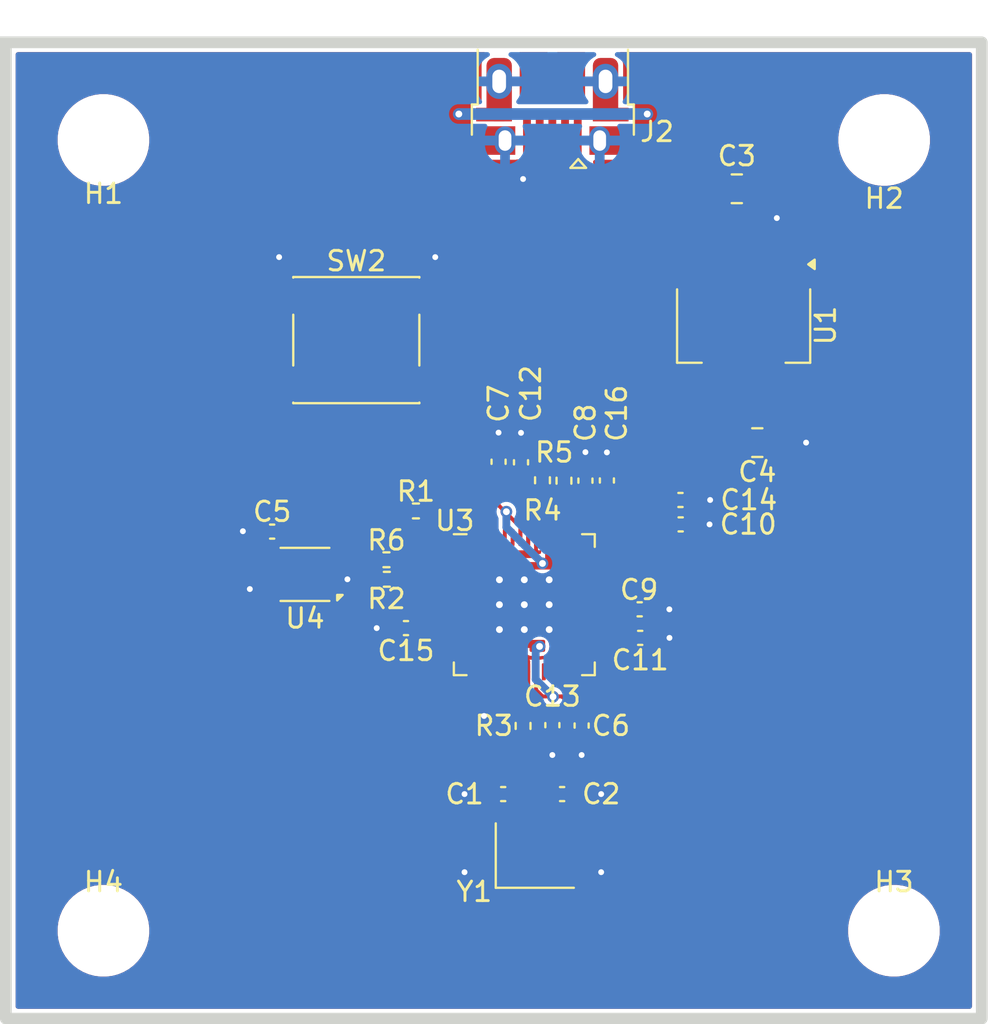
<source format=kicad_pcb>
(kicad_pcb (version 20240108) (generator "pcbnew") (generator_version "8.0")
  (layers (0 "F.Cu" signal) (31 "B.Cu" signal) (34 "B.Paste" user) (35 "F.Paste" user) (36 "B.SilkS" user "B.Silkscreen") (37 "F.SilkS" user "F.Silkscreen") (38 "B.Mask" user) (39 "F.Mask" user) (44 "Edge.Cuts" user))
  (net 0 "")
  (net 1 "GND")
  (net 2 "/XIN")
  (net 3 "Net-(C2-Pad1)")
  (net 4 "VBUS")
  (net 5 "+3V3")
  (net 6 "+1V1")
  (net 7 "/USB_D-")
  (net 8 "/USB_D+")
  (net 10 "/~{USB_BOOT}")
  (net 11 "Net-(U4-SDA)")
  (net 12 "/GPIO1")
  (net 13 "/XOUT")
  (net 14 "Net-(U3-USB_DP)")
  (net 15 "Net-(U3-USB_DM)")
  (net 16 "/GPIO0")
  (net 17 "Net-(U4-SCL)")
  (net 18 "/RUN")
  (footprint "MountingHole:MountingHole_2.7mm_M2.5" (layer "F.Cu") (at 171.906066 81.211781)
    (property "Reference" "H2" (at 0 3 0) (layer "F.SilkS"))
    (property "Value" "MountingHole")
    (pad "" np_thru_hole circle (at 0 0) (size 2.7 2.7) (drill 2.7) (layers "F&B.Cu" "*.Mask") (clearance 1))
  )
  (footprint "Resistor_SMD:R_0402_1005Metric" (layer "F.Cu") (at 155.5 98.661781 -90)
    (property "Reference" "R5" (at -1.45 0.5 180) (layer "F.SilkS"))
    (property "Value" "27")
    (fp_line (start -0.153641 0.38) (end 0.153641 0.38) (stroke (width 0.12)) (layer "F.SilkS"))
    (fp_line (start -0.153641 -0.38) (end 0.153641 -0.38) (stroke (width 0.12)) (layer "F.SilkS"))
    (pad "1" smd roundrect (at -0.51 0 270) (size 0.54 0.64) (layers "F.Cu" "F.Paste" "F.Mask") (net 7 "/USB_D-"))
    (pad "2" smd roundrect (at 0.51 0 270) (size 0.54 0.64) (layers "F.Cu" "F.Paste" "F.Mask") (net 15 "Net-(U3-USB_DM)"))
  )
  (footprint "MountingHole:MountingHole_2.7mm_M2.5" (layer "F.Cu") (at 131.906066 121.711781)
    (property "Reference" "H4" (at 0 -2.5 0) (layer "F.SilkS"))
    (property "Value" "MountingHole")
    (pad "" np_thru_hole circle (at 0 0) (size 2.7 2.7) (drill 2.7) (layers "F&B.Cu" "*.Mask") (clearance 1))
  )
  (footprint "Capacitor_SMD:C_0805_2012Metric" (layer "F.Cu") (at 165.406066 96.711781)
    (property "Reference" "C4" (at 0 1.5 0) (layer "F.SilkS"))
    (property "Value" "10u")
    (fp_line (start -0.261252 -0.735) (end 0.261252 -0.735) (stroke (width 0.12)) (layer "F.SilkS"))
    (fp_line (start -0.261252 0.735) (end 0.261252 0.735) (stroke (width 0.12)) (layer "F.SilkS"))
    (pad "1" smd roundrect (at -0.95 0) (size 1 1.45) (layers "F.Cu" "F.Paste" "F.Mask") (net 5 "+3V3"))
    (pad "2" smd roundrect (at 0.95 0) (size 1 1.45) (layers "F.Cu" "F.Paste" "F.Mask") (net 1 "GND"))
  )
  (footprint "Capacitor_SMD:C_0402_1005Metric" (layer "F.Cu") (at 147.406066 106.211781 180)
    (property "Reference" "C15" (at 0 -1.16 0) (layer "F.SilkS"))
    (property "Value" "100n")
    (fp_line (start -0.107836 0.36) (end 0.107836 0.36) (stroke (width 0.12)) (layer "F.SilkS"))
    (fp_line (start -0.107836 -0.36) (end 0.107836 -0.36) (stroke (width 0.12)) (layer "F.SilkS"))
    (pad "1" smd roundrect (at -0.48 0 180) (size 0.56 0.62) (layers "F.Cu" "F.Paste" "F.Mask") (net 5 "+3V3"))
    (pad "2" smd roundrect (at 0.48 0 180) (size 0.56 0.62) (layers "F.Cu" "F.Paste" "F.Mask") (net 1 "GND"))
  )
  (footprint "Capacitor_SMD:C_0402_1005Metric" (layer "F.Cu") (at 155.406066 114.711781)
    (property "Reference" "C2" (at 2 0 0) (layer "F.SilkS"))
    (property "Value" "15p")
    (fp_line (start -0.107836 -0.36) (end 0.107836 -0.36) (stroke (width 0.12)) (layer "F.SilkS"))
    (fp_line (start -0.107836 0.36) (end 0.107836 0.36) (stroke (width 0.12)) (layer "F.SilkS"))
    (pad "1" smd roundrect (at -0.48 0) (size 0.56 0.62) (layers "F.Cu" "F.Paste" "F.Mask") (net 3 "Net-(C2-Pad1)"))
    (pad "2" smd roundrect (at 0.48 0) (size 0.56 0.62) (layers "F.Cu" "F.Paste" "F.Mask") (net 1 "GND"))
  )
  (footprint "Button_Switch_SMD:SW_Push_1P1T_NO_6x6mm_H9.5mm" (layer "F.Cu") (at 144.861066 91.461781)
    (property "Reference" "SW2" (at 0 -4.05 0) (layer "F.SilkS"))
    (property "Value" "UBUT")
    (fp_line (start -3.23 -3.23) (end 3.23 -3.23) (stroke (width 0.12)) (layer "F.SilkS"))
    (fp_line (start -3.23 -3.2) (end -3.23 -3.23) (stroke (width 0.12)) (layer "F.SilkS"))
    (fp_line (start -3.23 -1.3) (end -3.23 1.3) (stroke (width 0.12)) (layer "F.SilkS"))
    (fp_line (start -3.23 3.23) (end -3.23 3.2) (stroke (width 0.12)) (layer "F.SilkS"))
    (fp_line (start -3.23 3.23) (end 3.23 3.23) (stroke (width 0.12)) (layer "F.SilkS"))
    (fp_line (start 3.23 -3.23) (end 3.23 -3.2) (stroke (width 0.12)) (layer "F.SilkS"))
    (fp_line (start 3.23 -1.3) (end 3.23 1.3) (stroke (width 0.12)) (layer "F.SilkS"))
    (fp_line (start 3.23 3.23) (end 3.23 3.2) (stroke (width 0.12)) (layer "F.SilkS"))
    (pad "1" smd rect (at -3.975 -2.25) (size 1.55 1.3) (layers "F.Cu" "F.Paste" "F.Mask") (net 1 "GND"))
    (pad "1" smd rect (at 3.975 -2.25) (size 1.55 1.3) (layers "F.Cu" "F.Paste" "F.Mask") (net 1 "GND"))
    (pad "2" smd rect (at -3.975 2.25) (size 1.55 1.3) (layers "F.Cu" "F.Paste" "F.Mask") (net 10 "/~{USB_BOOT}"))
    (pad "2" smd rect (at 3.975 2.25) (size 1.55 1.3) (layers "F.Cu" "F.Paste" "F.Mask") (net 10 "/~{USB_BOOT}"))
  )
  (footprint "Capacitor_SMD:C_0402_1005Metric" (layer "F.Cu") (at 154.906066 111.181781 -90)
    (property "Reference" "C13" (at -1.47 0 180) (layer "F.SilkS"))
    (property "Value" "100n")
    (fp_line (start -0.107836 0.36) (end 0.107836 0.36) (stroke (width 0.12)) (layer "F.SilkS"))
    (fp_line (start -0.107836 -0.36) (end 0.107836 -0.36) (stroke (width 0.12)) (layer "F.SilkS"))
    (pad "1" smd roundrect (at -0.48 0 270) (size 0.56 0.62) (layers "F.Cu" "F.Paste" "F.Mask") (net 5 "+3V3"))
    (pad "2" smd roundrect (at 0.48 0 270) (size 0.56 0.62) (layers "F.Cu" "F.Paste" "F.Mask") (net 1 "GND"))
  )
  (footprint "Capacitor_SMD:C_0402_1005Metric" (layer "F.Cu") (at 159.38 105.25)
    (property "Reference" "C9" (at -0.03 -1 0) (layer "F.SilkS"))
    (property "Value" "100n")
    (fp_line (start -0.107836 -0.36) (end 0.107836 -0.36) (stroke (width 0.12)) (layer "F.SilkS"))
    (fp_line (start -0.107836 0.36) (end 0.107836 0.36) (stroke (width 0.12)) (layer "F.SilkS"))
    (pad "1" smd roundrect (at -0.48 0) (size 0.56 0.62) (layers "F.Cu" "F.Paste" "F.Mask") (net 5 "+3V3"))
    (pad "2" smd roundrect (at 0.48 0) (size 0.56 0.62) (layers "F.Cu" "F.Paste" "F.Mask") (net 1 "GND"))
  )
  (footprint "Capacitor_SMD:C_0402_1005Metric" (layer "F.Cu") (at 161.48 100.9)
    (property "Reference" "C10" (at 3.46 0 0) (layer "F.SilkS"))
    (property "Value" "1u")
    (fp_line (start -0.107836 -0.36) (end 0.107836 -0.36) (stroke (width 0.12)) (layer "F.SilkS"))
    (fp_line (start -0.107836 0.36) (end 0.107836 0.36) (stroke (width 0.12)) (layer "F.SilkS"))
    (pad "1" smd roundrect (at -0.48 0) (size 0.56 0.62) (layers "F.Cu" "F.Paste" "F.Mask") (net 5 "+3V3"))
    (pad "2" smd roundrect (at 0.48 0) (size 0.56 0.62) (layers "F.Cu" "F.Paste" "F.Mask") (net 1 "GND"))
  )
  (footprint "Capacitor_SMD:C_0402_1005Metric" (layer "F.Cu") (at 156.406066 111.201781 -90)
    (property "Reference" "C6" (at 0.01 -1.5 180) (layer "F.SilkS"))
    (property "Value" "100n")
    (fp_line (start -0.107836 0.36) (end 0.107836 0.36) (stroke (width 0.12)) (layer "F.SilkS"))
    (fp_line (start -0.107836 -0.36) (end 0.107836 -0.36) (stroke (width 0.12)) (layer "F.SilkS"))
    (pad "1" smd roundrect (at -0.48 0 270) (size 0.56 0.62) (layers "F.Cu" "F.Paste" "F.Mask") (net 6 "+1V1"))
    (pad "2" smd roundrect (at 0.48 0 270) (size 0.56 0.62) (layers "F.Cu" "F.Paste" "F.Mask") (net 1 "GND"))
  )
  (footprint "Capacitor_SMD:C_0402_1005Metric" (layer "F.Cu") (at 157.7 98.651781 90)
    (property "Reference" "C16" (at 3.44 0.5 90) (layer "F.SilkS"))
    (property "Value" "100n")
    (fp_line (start -0.107836 -0.36) (end 0.107836 -0.36) (stroke (width 0.12)) (layer "F.SilkS"))
    (fp_line (start -0.107836 0.36) (end 0.107836 0.36) (stroke (width 0.12)) (layer "F.SilkS"))
    (pad "1" smd roundrect (at -0.48 0 90) (size 0.56 0.62) (layers "F.Cu" "F.Paste" "F.Mask") (net 5 "+3V3"))
    (pad "2" smd roundrect (at 0.48 0 90) (size 0.56 0.62) (layers "F.Cu" "F.Paste" "F.Mask") (net 1 "GND"))
  )
  (footprint "Resistor_SMD:R_0402_1005Metric" (layer "F.Cu") (at 154.4 98.64 -90)
    (property "Reference" "R4" (at 1.54 0 180) (layer "F.SilkS"))
    (property "Value" "27")
    (fp_line (start -0.153641 0.38) (end 0.153641 0.38) (stroke (width 0.12)) (layer "F.SilkS"))
    (fp_line (start -0.153641 -0.38) (end 0.153641 -0.38) (stroke (width 0.12)) (layer "F.SilkS"))
    (pad "1" smd roundrect (at -0.51 0 270) (size 0.54 0.64) (layers "F.Cu" "F.Paste" "F.Mask") (net 8 "/USB_D+"))
    (pad "2" smd roundrect (at 0.51 0 270) (size 0.54 0.64) (layers "F.Cu" "F.Paste" "F.Mask") (net 14 "Net-(U3-USB_DP)"))
  )
  (footprint "Capacitor_SMD:C_0402_1005Metric" (layer "F.Cu") (at 159.406066 106.711781)
    (property "Reference" "C11" (at 0 1.138219 0) (layer "F.SilkS"))
    (property "Value" "100n")
    (fp_line (start -0.107836 -0.36) (end 0.107836 -0.36) (stroke (width 0.12)) (layer "F.SilkS"))
    (fp_line (start -0.107836 0.36) (end 0.107836 0.36) (stroke (width 0.12)) (layer "F.SilkS"))
    (pad "1" smd roundrect (at -0.48 0) (size 0.56 0.62) (layers "F.Cu" "F.Paste" "F.Mask") (net 5 "+3V3"))
    (pad "2" smd roundrect (at 0.48 0) (size 0.56 0.62) (layers "F.Cu" "F.Paste" "F.Mask") (net 1 "GND"))
  )
  (footprint "Capacitor_SMD:C_0805_2012Metric" (layer "F.Cu") (at 164.356066 83.711781)
    (property "Reference" "C3" (at 0 -1.68 0) (layer "F.SilkS"))
    (property "Value" "10u")
    (fp_line (start -0.261252 -0.735) (end 0.261252 -0.735) (stroke (width 0.12)) (layer "F.SilkS"))
    (fp_line (start -0.261252 0.735) (end 0.261252 0.735) (stroke (width 0.12)) (layer "F.SilkS"))
    (pad "1" smd roundrect (at -0.95 0) (size 1 1.45) (layers "F.Cu" "F.Paste" "F.Mask") (net 4 "VBUS"))
    (pad "2" smd roundrect (at 0.95 0) (size 1 1.45) (layers "F.Cu" "F.Paste" "F.Mask") (net 1 "GND"))
  )
  (footprint "Resistor_SMD:R_0402_1005Metric" (layer "F.Cu") (at 146.406066 102.711781 180)
    (property "Reference" "R6" (at 0 1 0) (layer "F.SilkS"))
    (property "Value" "4.7")
    (fp_line (start -0.153641 0.38) (end 0.153641 0.38) (stroke (width 0.12)) (layer "F.SilkS"))
    (fp_line (start -0.153641 -0.38) (end 0.153641 -0.38) (stroke (width 0.12)) (layer "F.SilkS"))
    (pad "1" smd roundrect (at -0.51 0 180) (size 0.54 0.64) (layers "F.Cu" "F.Paste" "F.Mask") (net 16 "/GPIO0"))
    (pad "2" smd roundrect (at 0.51 0 180) (size 0.54 0.64) (layers "F.Cu" "F.Paste" "F.Mask") (net 17 "Net-(U4-SCL)"))
  )
  (footprint "Capacitor_SMD:C_0402_1005Metric" (layer "F.Cu") (at 152.386066 114.711781 180)
    (property "Reference" "C1" (at 1.98 0 0) (layer "F.SilkS"))
    (property "Value" "15p")
    (fp_line (start -0.107836 0.36) (end 0.107836 0.36) (stroke (width 0.12)) (layer "F.SilkS"))
    (fp_line (start -0.107836 -0.36) (end 0.107836 -0.36) (stroke (width 0.12)) (layer "F.SilkS"))
    (pad "1" smd roundrect (at -0.48 0 180) (size 0.56 0.62) (layers "F.Cu" "F.Paste" "F.Mask") (net 2 "/XIN"))
    (pad "2" smd roundrect (at 0.48 0 180) (size 0.56 0.62) (layers "F.Cu" "F.Paste" "F.Mask") (net 1 "GND"))
  )
  (footprint "Capacitor_SMD:C_0402_1005Metric" (layer "F.Cu") (at 161.47 99.65)
    (property "Reference" "C14" (at 3.5 0 180) (layer "F.SilkS"))
    (property "Value" "100n")
    (fp_line (start -0.107836 -0.36) (end 0.107836 -0.36) (stroke (width 0.12)) (layer "F.SilkS"))
    (fp_line (start -0.107836 0.36) (end 0.107836 0.36) (stroke (width 0.12)) (layer "F.SilkS"))
    (pad "1" smd roundrect (at -0.48 0) (size 0.56 0.62) (layers "F.Cu" "F.Paste" "F.Mask") (net 5 "+3V3"))
    (pad "2" smd roundrect (at 0.48 0) (size 0.56 0.62) (layers "F.Cu" "F.Paste" "F.Mask") (net 1 "GND"))
  )
  (footprint "Capacitor_SMD:C_0402_1005Metric" (layer "F.Cu") (at 156.6 98.66 90)
    (property "Reference" "C8" (at 2.96 0 90) (layer "F.SilkS"))
    (property "Value" "1u")
    (fp_line (start -0.107836 -0.36) (end 0.107836 -0.36) (stroke (width 0.12)) (layer "F.SilkS"))
    (fp_line (start -0.107836 0.36) (end 0.107836 0.36) (stroke (width 0.12)) (layer "F.SilkS"))
    (pad "1" smd roundrect (at -0.48 0 90) (size 0.56 0.62) (layers "F.Cu" "F.Paste" "F.Mask") (net 6 "+1V1"))
    (pad "2" smd roundrect (at 0.48 0 90) (size 0.56 0.62) (layers "F.Cu" "F.Paste" "F.Mask") (net 1 "GND"))
  )
  (footprint "Package_TO_SOT_SMD:SOT-223-3_TabPin2" (layer "F.Cu") (at 164.706066 90.711781 -90)
    (property "Reference" "U1" (at 0 -4.2 90) (layer "F.SilkS"))
    (property "Value" "NCP1117-3.3_SOT223")
    (fp_line (start -1.85 3.41) (end 1.91 3.41) (stroke (width 0.12)) (layer "F.SilkS"))
    (fp_line (start 1.91 3.41) (end 1.91 2.15) (stroke (width 0.12)) (layer "F.SilkS"))
    (fp_line (start -1.85 -3.41) (end 1.91 -3.41) (stroke (width 0.12)) (layer "F.SilkS"))
    (fp_line (start 1.91 -3.41) (end 1.91 -2.15) (stroke (width 0.12)) (layer "F.SilkS"))
    (fp_poly (pts (xy -3.13 -3.31) (xy -3.37 -3.64) (xy -2.89 -3.64) (xy -3.13 -3.31)) (stroke (width 0.12)) (fill solid) (layer "F.SilkS"))
    (pad "1" smd roundrect (at -3.15 -2.3 270) (size 2 1.5) (layers "F.Cu" "F.Paste" "F.Mask") (net 1 "GND"))
    (pad "2" smd roundrect (at -3.15 0 270) (size 2 1.5) (layers "F.Cu" "F.Paste" "F.Mask") (net 5 "+3V3"))
    (pad "2" smd roundrect (at 3.15 0 270) (size 2 3.8) (layers "F.Cu" "F.Paste" "F.Mask") (net 5 "+3V3"))
    (pad "3" smd roundrect (at -3.15 2.3 270) (size 2 1.5) (layers "F.Cu" "F.Paste" "F.Mask") (net 4 "VBUS"))
  )
  (footprint "Capacitor_SMD:C_0402_1005Metric" (layer "F.Cu") (at 153.3 97.72 90)
    (property "Reference" "C12" (at 3.52 0.5 90) (layer "F.SilkS"))
    (property "Value" "100n")
    (fp_line (start -0.107836 -0.36) (end 0.107836 -0.36) (stroke (width 0.12)) (layer "F.SilkS"))
    (fp_line (start -0.107836 0.36) (end 0.107836 0.36) (stroke (width 0.12)) (layer "F.SilkS"))
    (pad "1" smd roundrect (at -0.48 0 90) (size 0.56 0.62) (layers "F.Cu" "F.Paste" "F.Mask") (net 5 "+3V3"))
    (pad "2" smd roundrect (at 0.48 0 90) (size 0.56 0.62) (layers "F.Cu" "F.Paste" "F.Mask") (net 1 "GND"))
  )
  (footprint "Capacitor_SMD:C_0402_1005Metric" (layer "F.Cu") (at 140.55 101.27 180)
    (property "Reference" "C5" (at 0 1.02 0) (layer "F.SilkS"))
    (property "Value" "100n")
    (fp_line (start -0.107836 0.36) (end 0.107836 0.36) (stroke (width 0.12)) (layer "F.SilkS"))
    (fp_line (start -0.107836 -0.36) (end 0.107836 -0.36) (stroke (width 0.12)) (layer "F.SilkS"))
    (pad "1" smd roundrect (at -0.48 0 180) (size 0.56 0.62) (layers "F.Cu" "F.Paste" "F.Mask") (net 5 "+3V3"))
    (pad "2" smd roundrect (at 0.48 0 180) (size 0.56 0.62) (layers "F.Cu" "F.Paste" "F.Mask") (net 1 "GND"))
  )
  (footprint "Capacitor_SMD:C_0402_1005Metric" (layer "F.Cu") (at 152.15 97.691781 90)
    (property "Reference" "C7" (at 2.98 0 90) (layer "F.SilkS"))
    (property "Value" "100n")
    (fp_line (start -0.107836 -0.36) (end 0.107836 -0.36) (stroke (width 0.12)) (layer "F.SilkS"))
    (fp_line (start -0.107836 0.36) (end 0.107836 0.36) (stroke (width 0.12)) (layer "F.SilkS"))
    (pad "1" smd roundrect (at -0.48 0 90) (size 0.56 0.62) (layers "F.Cu" "F.Paste" "F.Mask") (net 6 "+1V1"))
    (pad "2" smd roundrect (at 0.48 0 90) (size 0.56 0.62) (layers "F.Cu" "F.Paste" "F.Mask") (net 1 "GND"))
  )
  (footprint "MountingHole:MountingHole_2.7mm_M2.5" (layer "F.Cu") (at 131.906066 81.211781)
    (property "Reference" "H1" (at 0 2.75 0) (layer "F.SilkS"))
    (property "Value" "MountingHole")
    (pad "" np_thru_hole circle (at 0 0) (size 2.7 2.7) (drill 2.7) (layers "F&B.Cu" "*.Mask") (clearance 1))
  )
  (footprint "Sensor_Humidity:Sensirion_DFN-8-1EP_2.5x2.5mm_P0.5mm_EP1.1x1.7mm" (layer "F.Cu") (at 142.231066 103.461781 180)
    (property "Reference" "U4" (at 0 -2.25 0) (layer "F.SilkS"))
    (property "Value" "SHT31-DIS")
    (fp_line (start -1.25 1.36) (end 1.25 1.36) (stroke (width 0.12)) (layer "F.SilkS"))
    (fp_line (start -1.25 -1.36) (end 1.25 -1.36) (stroke (width 0.12)) (layer "F.SilkS"))
    (fp_poly (pts (xy -1.65 -1.05) (xy -1.93 -1.05) (xy -1.65 -1.33) (xy -1.65 -1.05)) (stroke (width 0.12)) (fill solid) (layer "F.SilkS"))
    (pad "1" smd rect (at -1.175 -0.75 180) (size 0.55 0.25) (layers "F.Cu" "F.Paste" "F.Mask") (net 11 "Net-(U4-SDA)"))
    (pad "2" smd rect (at -1.175 -0.25 180) (size 0.55 0.25) (layers "F.Cu" "F.Paste" "F.Mask") (net 1 "GND"))
    (pad "3" smd rect (at -1.175 0.25 180) (size 0.55 0.25) (layers "F.Cu" "F.Paste" "F.Mask"))
    (pad "4" smd rect (at -1.175 0.75) (size 0.55 0.25) (layers "F.Cu" "F.Paste" "F.Mask") (net 17 "Net-(U4-SCL)"))
    (pad "5" smd rect (at 1.175 0.75 180) (size 0.55 0.25) (layers "F.Cu" "F.Paste" "F.Mask") (net 5 "+3V3"))
    (pad "6" smd rect (at 1.175 0.25 180) (size 0.55 0.25) (layers "F.Cu" "F.Paste" "F.Mask"))
    (pad "7" smd rect (at 1.175 -0.25 180) (size 0.55 0.25) (layers "F.Cu" "F.Paste" "F.Mask") (net 1 "GND"))
    (pad "8" smd rect (at 1.175 -0.75 180) (size 0.55 0.25) (layers "F.Cu" "F.Paste" "F.Mask") (net 1 "GND"))
    (pad "9" smd custom (at 0 0 180) (size 1 1) (layers "F.Cu" "F.Mask") (net 1 "GND") (options (clearance outline) (anchor circle)) (primitives (gr_poly (pts (xy 0.5 0.85) (xy -0.5 0.85) (xy -0.5 -0.55) (xy -0.2 -0.85) (xy 0.5 -0.85)) (width 0) (fill yes))))
  )
  (footprint "RP2040:RP2040-QFN-56" (layer "F.Cu") (at 153.468566 105.011781)
    (property "Reference" "U3" (at -3.5625 -4.3 0) (layer "F.SilkS"))
    (property "Value" "RP2040")
    (fp_line (start -3.61 3.61) (end -3.61 2.96) (stroke (width 0.12)) (layer "F.SilkS"))
    (fp_line (start -2.96 -3.61) (end -3.61 -3.61) (stroke (width 0.12)) (layer "F.SilkS"))
    (fp_line (start -2.96 3.61) (end -3.61 3.61) (stroke (width 0.12)) (layer "F.SilkS"))
    (fp_line (start 2.96 -3.61) (end 3.61 -3.61) (stroke (width 0.12)) (layer "F.SilkS"))
    (fp_line (start 2.96 3.61) (end 3.61 3.61) (stroke (width 0.12)) (layer "F.SilkS"))
    (fp_line (start 3.61 -3.61) (end 3.61 -2.96) (stroke (width 0.12)) (layer "F.SilkS"))
    (fp_line (start 3.61 3.61) (end 3.61 2.96) (stroke (width 0.12)) (layer "F.SilkS"))
    (pad "1" smd roundrect (at -3.4375 -2.6) (size 0.875 0.2) (layers "F.Cu" "F.Paste" "F.Mask") (net 5 "+3V3"))
    (pad "2" smd roundrect (at -3.4375 -2.2) (size 0.875 0.2) (layers "F.Cu" "F.Paste" "F.Mask") (net 16 "/GPIO0"))
    (pad "3" smd roundrect (at -3.4375 -1.8) (size 0.875 0.2) (layers "F.Cu" "F.Paste" "F.Mask") (net 12 "/GPIO1"))
    (pad "4" smd roundrect (at -3.4375 -1.4) (size 0.875 0.2) (layers "F.Cu" "F.Paste" "F.Mask"))
    (pad "5" smd roundrect (at -3.4375 -1) (size 0.875 0.2) (layers "F.Cu" "F.Paste" "F.Mask"))
    (pad "6" smd roundrect (at -3.4375 -0.6) (size 0.875 0.2) (layers "F.Cu" "F.Paste" "F.Mask"))
    (pad "7" smd roundrect (at -3.4375 -0.2) (size 0.875 0.2) (layers "F.Cu" "F.Paste" "F.Mask"))
    (pad "8" smd roundrect (at -3.4375 0.2) (size 0.875 0.2) (layers "F.Cu" "F.Paste" "F.Mask"))
    (pad "9" smd roundrect (at -3.4375 0.6) (size 0.875 0.2) (layers "F.Cu" "F.Paste" "F.Mask"))
    (pad "10" smd roundrect (at -3.4375 1) (size 0.875 0.2) (layers "F.Cu" "F.Paste" "F.Mask") (net 5 "+3V3"))
    (pad "11" smd roundrect (at -3.4375 1.4) (size 0.875 0.2) (layers "F.Cu" "F.Paste" "F.Mask"))
    (pad "12" smd roundrect (at -3.4375 1.8) (size 0.875 0.2) (layers "F.Cu" "F.Paste" "F.Mask"))
    (pad "13" smd roundrect (at -3.4375 2.2) (size 0.875 0.2) (layers "F.Cu" "F.Paste" "F.Mask"))
    (pad "14" smd roundrect (at -3.4375 2.6) (size 0.875 0.2) (layers "F.Cu" "F.Paste" "F.Mask"))
    (pad "15" smd roundrect (at -2.6 3.4375) (size 0.2 0.875) (layers "F.Cu" "F.Paste" "F.Mask"))
    (pad "16" smd roundrect (at -2.2 3.4375) (size 0.2 0.875) (layers "F.Cu" "F.Paste" "F.Mask"))
    (pad "17" smd roundrect (at -1.8 3.4375) (size 0.2 0.875) (layers "F.Cu" "F.Paste" "F.Mask"))
    (pad "18" smd roundrect (at -1.4 3.4375) (size 0.2 0.875) (layers "F.Cu" "F.Paste" "F.Mask"))
    (pad "19" smd roundrect (at -1 3.4375) (size 0.2 0.875) (layers "F.Cu" "F.Paste" "F.Mask") (net 1 "GND"))
    (pad "20" smd roundrect (at -0.6 3.4375) (size 0.2 0.875) (layers "F.Cu" "F.Paste" "F.Mask") (net 2 "/XIN"))
    (pad "21" smd roundrect (at -0.2 3.4375) (size 0.2 0.875) (layers "F.Cu" "F.Paste" "F.Mask") (net 13 "/XOUT"))
    (pad "22" smd roundrect (at 0.2 3.4375) (size 0.2 0.875) (layers "F.Cu" "F.Paste" "F.Mask") (net 5 "+3V3"))
    (pad "23" smd roundrect (at 0.6 3.4375) (size 0.2 0.875) (layers "F.Cu" "F.Paste" "F.Mask") (net 6 "+1V1"))
    (pad "24" smd roundrect (at 1 3.4375) (size 0.2 0.875) (layers "F.Cu" "F.Paste" "F.Mask"))
    (pad "25" smd roundrect (at 1.4 3.4375) (size 0.2 0.875) (layers "F.Cu" "F.Paste" "F.Mask"))
    (pad "26" smd roundrect (at 1.8 3.4375) (size 0.2 0.875) (layers "F.Cu" "F.Paste" "F.Mask") (net 18 "/RUN"))
    (pad "27" smd roundrect (at 2.2 3.4375) (size 0.2 0.875) (layers "F.Cu" "F.Paste" "F.Mask"))
    (pad "28" smd roundrect (at 2.6 3.4375) (size 0.2 0.875) (layers "F.Cu" "F.Paste" "F.Mask"))
    (pad "29" smd roundrect (at 3.4375 2.6) (size 0.875 0.2) (layers "F.Cu" "F.Paste" "F.Mask"))
    (pad "30" smd roundrect (at 3.4375 2.2) (size 0.875 0.2) (layers "F.Cu" "F.Paste" "F.Mask"))
    (pad "31" smd roundrect (at 3.4375 1.8) (size 0.875 0.2) (layers "F.Cu" "F.Paste" "F.Mask"))
    (pad "32" smd roundrect (at 3.4375 1.4) (size 0.875 0.2) (layers "F.Cu" "F.Paste" "F.Mask"))
    (pad "33" smd roundrect (at 3.4375 1) (size 0.875 0.2) (layers "F.Cu" "F.Paste" "F.Mask") (net 5 "+3V3"))
    (pad "34" smd roundrect (at 3.4375 0.6) (size 0.875 0.2) (layers "F.Cu" "F.Paste" "F.Mask"))
    (pad "35" smd roundrect (at 3.4375 0.2) (size 0.875 0.2) (layers "F.Cu" "F.Paste" "F.Mask") (net 5 "+3V3"))
    (pad "36" smd roundrect (at 3.4375 -0.2) (size 0.875 0.2) (layers "F.Cu" "F.Paste" "F.Mask"))
    (pad "37" smd roundrect (at 3.4375 -0.6) (size 0.875 0.2) (layers "F.Cu" "F.Paste" "F.Mask"))
    (pad "38" smd roundrect (at 3.4375 -1) (size 0.875 0.2) (layers "F.Cu" "F.Paste" "F.Mask"))
    (pad "39" smd roundrect (at 3.4375 -1.4) (size 0.875 0.2) (layers "F.Cu" "F.Paste" "F.Mask"))
    (pad "40" smd roundrect (at 3.4375 -1.8) (size 0.875 0.2) (layers "F.Cu" "F.Paste" "F.Mask"))
    (pad "41" smd roundrect (at 3.4375 -2.2) (size 0.875 0.2) (layers "F.Cu" "F.Paste" "F.Mask"))
    (pad "42" smd roundrect (at 3.4375 -2.6) (size 0.875 0.2) (layers "F.Cu" "F.Paste" "F.Mask") (net 5 "+3V3"))
    (pad "43" smd roundrect (at 2.6 -3.4375) (size 0.2 0.875) (layers "F.Cu" "F.Paste" "F.Mask") (net 5 "+3V3"))
    (pad "44" smd roundrect (at 2.2 -3.4375) (size 0.2 0.875) (layers "F.Cu" "F.Paste" "F.Mask") (net 5 "+3V3"))
    (pad "45" smd roundrect (at 1.8 -3.4375) (size 0.2 0.875) (layers "F.Cu" "F.Paste" "F.Mask") (net 6 "+1V1"))
    (pad "46" smd roundrect (at 1.4 -3.4375) (size 0.2 0.875) (layers "F.Cu" "F.Paste" "F.Mask") (net 15 "Net-(U3-USB_DM)"))
    (pad "47" smd roundrect (at 1 -3.4375) (size 0.2 0.875) (layers "F.Cu" "F.Paste" "F.Mask") (net 14 "Net-(U3-USB_DP)"))
    (pad "48" smd roundrect (at 0.6 -3.4375) (size 0.2 0.875) (layers "F.Cu" "F.Paste" "F.Mask") (net 5 "+3V3"))
    (pad "49" smd roundrect (at 0.2 -3.4375) (size 0.2 0.875) (layers "F.Cu" "F.Paste" "F.Mask") (net 5 "+3V3"))
    (pad "50" smd roundrect (at -0.2 -3.4375) (size 0.2 0.875) (layers "F.Cu" "F.Paste" "F.Mask") (net 6 "+1V1"))
    (pad "51" smd roundrect (at -0.6 -3.4375) (size 0.2 0.875) (layers "F.Cu" "F.Paste" "F.Mask"))
    (pad "52" smd roundrect (at -1 -3.4375) (size 0.2 0.875) (layers "F.Cu" "F.Paste" "F.Mask"))
    (pad "53" smd roundrect (at -1.4 -3.4375) (size 0.2 0.875) (layers "F.Cu" "F.Paste" "F.Mask"))
    (pad "54" smd roundrect (at -1.8 -3.4375) (size 0.2 0.875) (layers "F.Cu" "F.Paste" "F.Mask"))
    (pad "55" smd roundrect (at -2.2 -3.4375) (size 0.2 0.875) (layers "F.Cu" "F.Paste" "F.Mask"))
    (pad "56" smd roundrect (at -2.6 -3.4375) (size 0.2 0.875) (layers "F.Cu" "F.Paste" "F.Mask"))
    (pad "57" thru_hole circle (at -1.275 -1.275) (size 0.6 0.6) (drill 0.35) (layers "*.Cu") (net 1 "GND"))
    (pad "57" thru_hole circle (at -1.275 0) (size 0.6 0.6) (drill 0.35) (layers "*.Cu") (net 1 "GND"))
    (pad "57" thru_hole circle (at -1.275 1.275) (size 0.6 0.6) (drill 0.35) (layers "*.Cu") (net 1 "GND"))
    (pad "57" thru_hole circle (at 0 -1.275) (size 0.6 0.6) (drill 0.35) (layers "*.Cu") (net 1 "GND"))
    (pad "57" thru_hole circle (at 0 0) (size 0.6 0.6) (drill 0.35) (layers "*.Cu") (net 1 "GND"))
    (pad "57" smd roundrect (at 0 0) (size 3.2 3.2) (layers "F.Cu" "F.Mask") (roundrect_rratio 0.045) (net 1 "GND"))
    (pad "57" thru_hole circle (at 0 1.275) (size 0.6 0.6) (drill 0.35) (layers "*.Cu") (net 1 "GND"))
    (pad "57" thru_hole circle (at 1.275 -1.275) (size 0.6 0.6) (drill 0.35) (layers "*.Cu") (net 1 "GND"))
    (pad "57" thru_hole circle (at 1.275 0) (size 0.6 0.6) (drill 0.35) (layers "*.Cu") (net 1 "GND"))
    (pad "57" thru_hole circle (at 1.275 1.275) (size 0.6 0.6) (drill 0.35) (layers "*.Cu") (net 1 "GND"))
  )
  (footprint "RP2040:USB_Micro-B_Amphenol_10103594-0001LF_Horizontal_modified" (layer "F.Cu") (at 154.906066 78.211781 180)
    (property "Reference" "J2" (at -5.365 -2.58 0) (layer "F.SilkS"))
    (property "Value" "USB_B_Micro")
    (fp_line (start 4.125 -1.18) (end 4.125 -2.73) (stroke (width 0.12)) (layer "F.SilkS"))
    (fp_line (start 3.825 1.62) (end 3.825 -1.18) (stroke (width 0.12)) (layer "F.SilkS"))
    (fp_line (start 3.825 -1.18) (end 4.125 -1.18) (stroke (width 0.12)) (layer "F.SilkS"))
    (fp_line (start -0.925 -4.43) (end -1.325 -3.98) (stroke (width 0.12)) (layer "F.SilkS"))
    (fp_line (start -1.325 -3.98) (end -1.725 -4.43) (stroke (width 0.12)) (layer "F.SilkS"))
    (fp_line (start -1.725 -4.43) (end -0.925 -4.43) (stroke (width 0.12)) (layer "F.SilkS"))
    (fp_line (start -3.875 1.62) (end -3.875 -1.18) (stroke (width 0.12)) (layer "F.SilkS"))
    (fp_line (start -4.175 -1.18) (end -3.875 -1.18) (stroke (width 0.12)) (layer "F.SilkS"))
    (fp_line (start -4.175 -1.18) (end -4.175 -2.73) (stroke (width 0.12)) (layer "F.SilkS"))
    (pad "1" smd rect (at -1.3 -2.825 270) (size 1.75 0.4) (layers "F.Cu" "F.Paste" "F.Mask") (net 4 "VBUS"))
    (pad "2" smd rect (at -0.65 -2.825 270) (size 1.75 0.4) (layers "F.Cu" "F.Paste" "F.Mask") (net 7 "/USB_D-"))
    (pad "3" smd rect (at 0 -2.825 270) (size 1.75 0.4) (layers "F.Cu" "F.Paste" "F.Mask") (net 8 "/USB_D+"))
    (pad "4" smd rect (at 0.65 -2.825 270) (size 1.75 0.4) (layers "F.Cu" "F.Paste" "F.Mask"))
    (pad "5" smd rect (at 1.3 -2.825 270) (size 1.75 0.4) (layers "F.Cu" "F.Paste" "F.Mask") (net 1 "GND"))
    (pad "6" smd rect (at -2.9875 -1.7 180) (size 1.825 0.7) (layers "F.Cu" "F.Paste" "F.Mask") (net 1 "GND"))
    (pad "6" smd rect (at -2.9 -3.03 180) (size 2 1.46) (layers "F.Cu" "F.Paste" "F.Mask") (net 1 "GND"))
    (pad "6" smd roundrect (at -2.725 -0.425 180) (size 1.3 3.25) (layers "F.Cu" "F.Paste" "F.Mask") (roundrect_rratio 0.296) (net 1 "GND"))
    (pad "6" thru_hole oval (at -2.725 0 270) (size 1.8 1.3) (drill oval 1.2 0.7) (layers "*.Cu" "*.Mask") (net 1 "GND"))
    (pad "6" thru_hole oval (at -2.425 -3.03 270) (size 1.45 1.05) (drill oval 1.05 0.65) (layers "*.Cu" "*.Mask") (net 1 "GND"))
    (pad "6" smd rect (at -0.9625 0.25 270) (size 2.5 1.425) (layers "F.Cu" "F.Paste" "F.Mask") (net 1 "GND"))
    (pad "6" smd rect (at 0.9625 0.25 270) (size 2.5 1.425) (layers "F.Cu" "F.Paste" "F.Mask") (net 1 "GND"))
    (pad "6" thru_hole oval (at 2.425 -3.03 270) (size 1.45 1.05) (drill oval 1.05 0.65) (layers "*.Cu" "*.Mask") (net 1 "GND"))
    (pad "6" smd roundrect (at 2.725 -0.425 180) (size 1.3 3.25) (layers "F.Cu" "F.Paste" "F.Mask") (roundrect_rratio 0.296) (net 1 "GND"))
    (pad "6" thru_hole oval (at 2.725 0 270) (size 1.8 1.3) (drill oval 1.2 0.7) (layers "*.Cu" "*.Mask") (net 1 "GND"))
    (pad "6" smd rect (at 2.9 -3.03 180) (size 2 1.46) (layers "F.Cu" "F.Paste" "F.Mask") (net 1 "GND"))
    (pad "6" smd rect (at 2.9875 -1.7 180) (size 1.825 0.7) (layers "F.Cu" "F.Paste" "F.Mask") (net 1 "GND"))
  )
  (footprint "Crystal:Crystal_SMD_3225-4Pin_3.2x2.5mm" (layer "F.Cu") (at 154.006066 117.861781)
    (property "Reference" "Y1" (at -3.1 1.85 0) (layer "F.SilkS"))
    (property "Value" "ABM8-272-T3")
    (fp_line (start -2 -1.65) (end -2 1.65) (stroke (width 0.12)) (layer "F.SilkS"))
    (fp_line (start -2 1.65) (end 2 1.65) (stroke (width 0.12)) (layer "F.SilkS"))
    (pad "1" smd rect (at -1.1 0.85) (size 1.4 1.2) (layers "F.Cu" "F.Paste" "F.Mask") (net 2 "/XIN"))
    (pad "2" smd rect (at 1.1 0.85) (size 1.4 1.2) (layers "F.Cu" "F.Paste" "F.Mask") (net 1 "GND"))
    (pad "3" smd rect (at 1.1 -0.85) (size 1.4 1.2) (layers "F.Cu" "F.Paste" "F.Mask") (net 3 "Net-(C2-Pad1)"))
    (pad "4" smd rect (at -1.1 -0.85) (size 1.4 1.2) (layers "F.Cu" "F.Paste" "F.Mask") (net 1 "GND"))
  )
  (footprint "MountingHole:MountingHole_2.7mm_M2.5" (layer "F.Cu") (at 172.406066 121.711781)
    (property "Reference" "H3" (at 0 -2.5 0) (layer "F.SilkS"))
    (property "Value" "MountingHole")
    (pad "" np_thru_hole circle (at 0 0) (size 2.7 2.7) (drill 2.7) (layers "F&B.Cu" "*.Mask") (clearance 1))
  )
  (footprint "Resistor_SMD:R_0402_1005Metric" (layer "F.Cu") (at 153.406066 111.221781 -90)
    (property "Reference" "R3" (at -0.01 1.5 180) (layer "F.SilkS"))
    (property "Value" "1k")
    (fp_line (start -0.153641 0.38) (end 0.153641 0.38) (stroke (width 0.12)) (layer "F.SilkS"))
    (fp_line (start -0.153641 -0.38) (end 0.153641 -0.38) (stroke (width 0.12)) (layer "F.SilkS"))
    (pad "1" smd roundrect (at -0.51 0 270) (size 0.54 0.64) (layers "F.Cu" "F.Paste" "F.Mask") (net 13 "/XOUT"))
    (pad "2" smd roundrect (at 0.51 0 270) (size 0.54 0.64) (layers "F.Cu" "F.Paste" "F.Mask") (net 3 "Net-(C2-Pad1)"))
  )
  (footprint "Resistor_SMD:R_0402_1005Metric" (layer "F.Cu") (at 146.426066 103.711781 180)
    (property "Reference" "R2" (at 0.02 -1 0) (layer "F.SilkS"))
    (property "Value" "4.7")
    (fp_line (start -0.153641 0.38) (end 0.153641 0.38) (stroke (width 0.12)) (layer "F.SilkS"))
    (fp_line (start -0.153641 -0.38) (end 0.153641 -0.38) (stroke (width 0.12)) (layer "F.SilkS"))
    (pad "1" smd roundrect (at -0.51 0 180) (size 0.54 0.64) (layers "F.Cu" "F.Paste" "F.Mask") (net 12 "/GPIO1"))
    (pad "2" smd roundrect (at 0.51 0 180) (size 0.54 0.64) (layers "F.Cu" "F.Paste" "F.Mask") (net 11 "Net-(U4-SDA)"))
  )
  (footprint "Resistor_SMD:R_0402_1005Metric" (layer "F.Cu") (at 147.916066 100.211781 180)
    (property "Reference" "R1" (at 0 1 0) (layer "F.SilkS"))
    (property "Value" "1k")
    (fp_line (start -0.153641 0.38) (end 0.153641 0.38) (stroke (width 0.12)) (layer "F.SilkS"))
    (fp_line (start -0.153641 -0.38) (end 0.153641 -0.38) (stroke (width 0.12)) (layer "F.SilkS"))
    (pad "1" smd roundrect (at -0.51 0 180) (size 0.54 0.64) (layers "F.Cu" "F.Paste" "F.Mask") (net 5 "+3V3"))
    (pad "2" smd roundrect (at 0.51 0 180) (size 0.54 0.64) (layers "F.Cu" "F.Paste" "F.Mask") (net 10 "/~{USB_BOOT}"))
  )
  (gr_rect (start 126.906066 76.211781) (end 176.906066 126.211781) (stroke (width 0.6)) (fill none) (layer "Edge.Cuts"))
  (segment (start 166.356066 96.711781) (end 167.906066 96.711781) (width 0.2) (layer "F.Cu") (net 1))
  (segment (start 152.15 97.2) (end 152.15 96.2) (width 0.2) (layer "F.Cu") (net 1))
  (segment (start 139.906066 103.711781) (end 139.406066 104.211781) (width 0.2) (layer "F.Cu") (net 1))
  (segment (start 148.836066 89.211781) (end 148.836066 87.281781) (width 0.2) (layer "F.Cu") (net 1))
  (segment (start 151.406066 110.045641) (end 151.406066 110.711781) (width 0.2) (layer "F.Cu") (net 1))
  (segment (start 166.406066 85.211781) (end 167.006066 85.811781) (width 0.2) (layer "F.Cu") (net 1))
  (segment (start 140.05 101.25) (end 139.05 101.25) (width 0.2) (layer "F.Cu") (net 1))
  (segment (start 152.468566 108.983141) (end 151.406066 110.045641) (width 0.2) (layer "F.Cu") (net 1))
  (segment (start 146.926066 106.211781) (end 145.906066 106.211781) (width 0.2) (layer "F.Cu") (net 1))
  (segment (start 142.231066 103.461781) (end 141.981066 103.711781) (width 0.2) (layer "F.Cu") (net 1))
  (segment (start 153.606066 81.036781) (end 153.606066 83.011781) (width 0.2) (layer "F.Cu") (net 1))
  (segment (start 152.006066 81.241781) (end 152.481066 81.241781) (width 0.2) (layer "F.Cu") (net 1))
  (segment (start 140.886066 89.211781) (end 140.886066 87.231781) (width 0.2) (layer "F.Cu") (net 1))
  (segment (start 157.806066 81.241781) (end 157.331066 81.241781) (width 0.2) (layer "F.Cu") (net 1))
  (segment (start 152.468566 108.449281) (end 152.468566 108.983141) (width 0.2) (layer "F.Cu") (net 1))
  (segment (start 167.006066 85.811781) (end 167.006066 87.561781) (width 0.2) (layer "F.Cu") (net 1))
  (segment (start 142.481066 103.711781) (end 143.406066 103.711781) (width 0.2) (layer "F.Cu") (net 1))
  (segment (start 165.906066 85.211781) (end 165.306066 84.611781) (width 0.2) (layer "F.Cu") (net 1))
  (segment (start 153.606066 83.011781) (end 153.406066 83.211781) (width 0.2) (layer "F.Cu") (net 1))
  (segment (start 161.96 100.9) (end 162.96 100.9) (width 0.2) (layer "F.Cu") (net 1))
  (segment (start 156.6 98.18) (end 156.6 97.2) (width 0.2) (layer "F.Cu") (net 1))
  (segment (start 141.056066 104.211781) (end 139.406066 104.211781) (width 0.2) (layer "F.Cu") (net 1))
  (segment (start 157.631066 78.211781) (end 156.118566 78.211781) (width 0.2) (layer "F.Cu") (net 1))
  (segment (start 154.906066 111.661781) (end 154.906066 112.711781) (width 0.2) (layer "F.Cu") (net 1))
  (segment (start 166.406066 85.211781) (end 165.906066 85.211781) (width 0.2) (layer "F.Cu") (net 1))
  (segment (start 143.406066 103.711781) (end 144.406066 103.711781) (width 0.2) (layer "F.Cu") (net 1))
  (segment (start 142.231066 103.461781) (end 142.481066 103.711781) (width 0.2) (layer "F.Cu") (net 1))
  (segment (start 156.406066 111.681781) (end 156.406066 112.711781) (width 0.2) (layer "F.Cu") (net 1))
  (segment (start 159.86 105.25) (end 160.9 105.25) (width 0.2) (layer "F.Cu") (net 1))
  (segment (start 162.99 99.65) (end 161.95 99.65) (width 0.2) (layer "F.Cu") (net 1))
  (segment (start 156.118566 78.211781) (end 155.868566 77.961781) (width 0.2) (layer "F.Cu") (net 1))
  (segment (start 141.056066 103.711781) (end 139.906066 103.711781) (width 0.2) (layer "F.Cu") (net 1))
  (segment (start 159.886066 106.711781) (end 160.906066 106.711781) (width 0.2) (layer "F.Cu") (net 1))
  (segment (start 153.3 97.251781) (end 153.3 96.211781) (width 0.2) (layer "F.Cu") (net 1))
  (segment (start 157.7 98.171781) (end 157.7 97.211781) (width 0.2) (layer "F.Cu") (net 1))
  (segment (start 148.836066 87.281781) (end 148.906066 87.211781) (width 0.2) (layer "F.Cu") (net 1))
  (segment (start 153.693566 78.211781) (end 153.943566 77.961781) (width 0.2) (layer "F.Cu") (net 1))
  (segment (start 165.306066 84.611781) (end 165.306066 83.711781) (width 0.2) (layer "F.Cu") (net 1))
  (segment (start 141.981066 103.711781) (end 141.056066 103.711781) (width 0.2) (layer "F.Cu") (net 1))
  (segment (start 140.886066 87.231781) (end 140.906066 87.211781) (width 0.2) (layer "F.Cu") (net 1))
  (segment (start 152.181066 78.211781) (end 153.693566 78.211781) (width 0.2) (layer "F.Cu") (net 1))
  (via (at 157.406066 114.711781) (size 0.6) (drill 0.3) (layers "F.Cu" "B.Cu") (net 1))
  (via (at 139.05 101.25) (size 0.6) (drill 0.3) (layers "F.Cu" "B.Cu") (net 1))
  (via (at 152.15 96.2) (size 0.6) (drill 0.3) (layers "F.Cu" "B.Cu") (net 1))
  (via (at 150.406066 118.711781) (size 0.6) (drill 0.3) (layers "F.Cu" "B.Cu") (net 1))
  (via (at 145.906066 106.211781) (size 0.6) (drill 0.3) (layers "F.Cu" "B.Cu") (net 1))
  (via (at 153.406066 83.211781) (size 0.6) (drill 0.3) (layers "F.Cu" "B.Cu") (net 1))
  (via (at 151.406066 110.711781) (size 0.6) (drill 0.3) (layers "F.Cu" "B.Cu") (net 1))
  (via (at 144.406066 103.711781) (size 0.6) (drill 0.3) (layers "F.Cu" "B.Cu") (net 1))
  (via (at 167.906066 96.711781) (size 0.6) (drill 0.3) (layers "F.Cu" "B.Cu") (net 1))
  (via (at 160.906066 106.711781) (size 0.6) (drill 0.3) (layers "F.Cu" "B.Cu") (net 1))
  (via (at 157.406066 118.711781) (size 0.6) (drill 0.3) (layers "F.Cu" "B.Cu") (net 1))
  (via (at 160.9 105.25) (size 0.6) (drill 0.3) (layers "F.Cu" "B.Cu") (net 1))
  (via (at 150.406066 114.711781) (size 0.6) (drill 0.3) (layers "F.Cu" "B.Cu") (net 1))
  (via (at 140.906066 87.211781) (size 0.6) (drill 0.3) (layers "F.Cu" "B.Cu") (net 1))
  (via (at 154.906066 112.711781) (size 0.6) (drill 0.3) (layers "F.Cu" "B.Cu") (net 1))
  (via (at 166.406066 85.211781) (size 0.6) (drill 0.3) (layers "F.Cu" "B.Cu") (net 1))
  (via (at 162.96 100.9) (size 0.6) (drill 0.3) (layers "F.Cu" "B.Cu") (net 1))
  (via (at 156.6 97.2) (size 0.6) (drill 0.3) (layers "F.Cu" "B.Cu") (net 1))
  (via (at 162.99 99.65) (size 0.6) (drill 0.3) (layers "F.Cu" "B.Cu") (net 1))
  (via (at 148.906066 87.211781) (size 0.6) (drill 0.3) (layers "F.Cu" "B.Cu") (net 1))
  (via (at 157.7 97.211781) (size 0.6) (drill 0.3) (layers "F.Cu" "B.Cu") (net 1))
  (via (at 139.406066 104.211781) (size 0.6) (drill 0.3) (layers "F.Cu" "B.Cu") (net 1))
  (via (at 153.3 96.211781) (size 0.6) (drill 0.3) (layers "F.Cu" "B.Cu") (net 1))
  (via (at 156.406066 112.711781) (size 0.6) (drill 0.3) (layers "F.Cu" "B.Cu") (net 1))
  (segment (start 152.406066 114.251781) (end 152.406066 109.711781) (width 0.2) (layer "F.Cu") (net 2))
  (segment (start 152.406066 109.711781) (end 152.868566 109.249281) (width 0.2) (layer "F.Cu") (net 2))
  (segment (start 152.866066 114.711781) (end 152.406066 114.251781) (width 0.2) (layer "F.Cu") (net 2))
  (segment (start 153.906066 117.811781) (end 153.906066 115.751781) (width 0.2) (layer "F.Cu") (net 2))
  (segment (start 152.868566 109.249281) (end 152.868566 108.449281) (width 0.2) (layer "F.Cu") (net 2))
  (segment (start 152.906066 118.711781) (end 153.006066 118.711781) (width 0.2) (layer "F.Cu") (net 2))
  (segment (start 153.006066 118.711781) (end 153.906066 117.811781) (width 0.2) (layer "F.Cu") (net 2))
  (segment (start 153.906066 115.751781) (end 152.866066 114.711781) (width 0.2) (layer "F.Cu") (net 2))
  (segment (start 154.926066 114.251781) (end 153.406066 112.731781) (width 0.2) (layer "F.Cu") (net 3))
  (segment (start 154.926066 114.711781) (end 154.926066 116.831781) (width 0.2) (layer "F.Cu") (net 3))
  (segment (start 154.926066 114.711781) (end 154.926066 114.251781) (width 0.2) (layer "F.Cu") (net 3))
  (segment (start 154.926066 116.831781) (end 155.106066 117.011781) (width 0.2) (layer "F.Cu") (net 3))
  (segment (start 153.406066 112.731781) (end 153.406066 111.731781) (width 0.2) (layer "F.Cu") (net 3))
  (segment (start 162.406066 84.711781) (end 162.406066 87.561781) (width 0.2) (layer "F.Cu") (net 4))
  (segment (start 156.206066 81.036781) (end 156.206066 82.111781) (width 0.2) (layer "F.Cu") (net 4))
  (segment (start 157.806066 83.711781) (end 163.406066 83.711781) (width 0.2) (layer "F.Cu") (net 4))
  (segment (start 163.406066 83.711781) (end 162.406066 84.711781) (width 0.2) (layer "F.Cu") (net 4))
  (segment (start 156.206066 82.111781) (end 157.806066 83.711781) (width 0.2) (layer "F.Cu") (net 4))
  (segment (start 155.668566 101.574281) (end 155.668566 100.869281) (width 0.2) (layer "F.Cu") (net 5))
  (segment (start 148.406066 100.211781) (end 148.406066 100.786781) (width 0.2) (layer "F.Cu") (net 5))
  (segment (start 153.668566 100.05) (end 153.668566 101.574281) (width 0.2) (layer "F.Cu") (net 5))
  (segment (start 153.449145 107.696) (end 153.416 107.696) (width 0.2) (layer "F.Cu") (net 5))
  (segment (start 150.031066 102.411781) (end 150.925781 102.411781) (width 0.2) (layer "F.Cu") (net 5))
  (segment (start 141.03 101.27) (end 141.03 102.685715) (width 0.2) (layer "F.Cu") (net 5))
  (segment (start 156.906066 106.011781) (end 156.116219 106.011781) (width 0.2) (layer "F.Cu") (net 5))
  (segment (start 154.068566 101.574281) (end 154.068566 102.217434) (width 0.2) (layer "F.Cu") (net 5))
  (segment (start 153.668566 102.236434) (end 153.543 102.362) (width 0.2) (layer "F.Cu") (net 5))
  (segment (start 164.456066 96.711781) (end 164.456066 94.111781) (width 0.2) (layer "F.Cu") (net 5))
  (segment (start 155.668566 100.731434) (end 156.4 100) (width 0.2) (layer "F.Cu") (net 5))
  (segment (start 156.068566 101.574281) (end 156.068566 100.931434) (width 0.2) (layer "F.Cu") (net 5))
  (segment (start 156.068566 100.931434) (end 156.3 100.7) (width 0.2) (layer "F.Cu") (net 5))
  (segment (start 153.3 99.681434) (end 153.668566 100.05) (width 0.2) (layer "F.Cu") (net 5))
  (segment (start 141.03 102.685715) (end 141.056066 102.711781) (width 0.2) (layer "F.Cu") (net 5))
  (segment (start 147.886066 106.211781) (end 148.086066 106.011781) (width 0.2) (layer "F.Cu") (net 5))
  (segment (start 156.116219 106.011781) (end 156.083 106.045) (width 0.2) (layer "F.Cu") (net 5))
  (segment (start 153.668566 107.915421) (end 153.449145 107.696) (width 0.2) (layer "F.Cu") (net 5))
  (segment (start 154.906066 110.701781) (end 154.596067 110.701781) (width 0.2) (layer "F.Cu") (net 5))
  (segment (start 154.068566 102.217434) (end 153.924 102.362) (width 0.2) (layer "F.Cu") (net 5))
  (segment (start 155.668566 100.869281) (end 155.668566 100.731434) (width 0.2) (layer "F.Cu") (net 5))
  (segment (start 153.668566 109.77428) (end 153.668566 108.449281) (width 0.2) (layer "F.Cu") (net 5))
  (segment (start 156.906066 105.211781) (end 156.154219 105.211781) (width 0.2) (layer "F.Cu") (net 5))
  (segment (start 158.438219 102.411781) (end 158.45 102.4) (width 0.2) (layer "F.Cu") (net 5))
  (segment (start 156.906066 102.411781) (end 158.438219 102.411781) (width 0.2) (layer "F.Cu") (net 5))
  (segment (start 148.406066 100.786781) (end 150.031066 102.411781) (width 0.2) (layer "F.Cu") (net 5))
  (segment (start 150.031066 106.011781) (end 150.842781 106.011781) (width 0.2) (layer "F.Cu") (net 5))
  (segment (start 164.456066 94.111781) (end 164.706066 93.861781) (width 0.2) (layer "F.Cu") (net 5))
  (segment (start 154.596067 110.701781) (end 153.668566 109.77428) (width 0.2) (layer "F.Cu") (net 5))
  (segment (start 153.3 98.2) (end 153.3 99.681434) (width 0.2) (layer "F.Cu") (net 5))
  (segment (start 154.068566 100.45) (end 153.668566 100.05) (width 0.2) (layer "F.Cu") (net 5))
  (segment (start 154.068566 101.574281) (end 154.068566 100.45) (width 0.2) (layer "F.Cu") (net 5))
  (segment (start 148.086066 106.011781) (end 150.031066 106.011781) (width 0.2) (layer "F.Cu") (net 5))
  (segment (start 153.668566 101.574281) (end 153.668566 102.236434) (width 0.2) (layer "F.Cu") (net 5))
  (segment (start 156.154219 105.211781) (end 156.083 105.283) (width 0.2) (layer "F.Cu") (net 5))
  (segment (start 153.668566 108.449281) (end 153.668566 107.915421) (width 0.2) (layer "F.Cu") (net 5))
  (segment (start 150.925781 102.411781) (end 151.003 102.489) (width 0.2) (layer "F.Cu") (net 5))
  (via (at 159.766 79.883) (size 0.6) (drill 0.35) (layers "F.Cu" "B.Cu") (net 5))
  (via (at 150.114 79.883) (size 0.6) (drill 0.35) (layers "F.Cu" "B.Cu") (net 5))
  (segment (start 150.114 79.883) (end 159.766 79.883) (width 0.6) (layer "B.Cu") (net 5))
  (segment (start 152.15 99.921855) (end 152.15 98.171781) (width 0.2) (layer "F.Cu") (net 6))
  (segment (start 153.268566 101.574281) (end 153.268566 101.040421) (width 0.2) (layer "F.Cu") (net 6))
  (segment (start 155.268566 102.541434) (end 155.194 102.616) (width 0.2) (layer "F.Cu") (net 6))
  (segment (start 155.268566 101.574281) (end 155.268566 100.471434) (width 0.2) (layer "F.Cu") (net 6))
  (segment (start 155.268566 100.471434) (end 156.6 99.14) (width 0.2) (layer "F.Cu") (net 6))
  (segment (start 155.396066 109.711781) (end 154.406066 109.711781) (width 0.2) (layer "F.Cu") (net 6))
  (segment (start 156.406066 110.721781) (end 155.396066 109.711781) (width 0.2) (layer "F.Cu") (net 6))
  (segment (start 155.268566 101.574281) (end 155.268566 102.541434) (width 0.2) (layer "F.Cu") (net 6))
  (segment (start 154.406066 109.711781) (end 154.068566 109.374281) (width 0.2) (layer "F.Cu") (net 6))
  (segment (start 154.068566 109.374281) (end 154.068566 108.449281) (width 0.2) (layer "F.Cu") (net 6))
  (segment (start 153.268566 101.040421) (end 152.15 99.921855) (width 0.2) (layer "F.Cu") (net 6))
  (via (at 154.94 109.728) (size 0.6) (drill 0.35) (layers "F.Cu" "B.Cu") (net 6))
  (via (at 154.4 102.9) (size 0.6) (drill 0.35) (layers "F.Cu" "B.Cu") (net 6))
  (via (at 152.55 100.25) (size 0.6) (drill 0.35) (layers "F.Cu" "B.Cu") (net 6))
  (via (at 154.25 107.15) (size 0.6) (drill 0.35) (layers "F.Cu" "B.Cu") (net 6))
  (segment (start 152.55 100.25) (end 152.55 101.05) (width 0.4) (layer "B.Cu") (net 6))
  (segment (start 154.05 108.838) (end 154.94 109.728) (width 0.4) (layer "B.Cu") (net 6))
  (segment (start 154.05 107.2) (end 154.05 108.838) (width 0.4) (layer "B.Cu") (net 6))
  (segment (start 152.55 101.05) (end 154.4 102.9) (width 0.4) (layer "B.Cu") (net 6))
  (segment (start 155.5 82.71) (end 155.5 98.15) (width 0.4) (layer "F.Cu") (net 7))
  (segment (start 155.556066 81.036781) (end 155.556066 82.561781) (width 0.4) (layer "F.Cu") (net 7))
  (segment (start 155.556066 82.561781) (end 155.406066 82.711781) (width 0.4) (layer "F.Cu") (net 7))
  (segment (start 154.906066 81.036781) (end 154.906066 82.211781) (width 0.4) (layer "F.Cu") (net 8))
  (segment (start 154.406066 82.711781) (end 154.406066 98.161781) (width 0.4) (layer "F.Cu") (net 8))
  (segment (start 154.906066 82.211781) (end 154.406066 82.711781) (width 0.4) (layer "F.Cu") (net 8))
  (segment (start 147.406066 95.711781) (end 147.406066 100.211781) (width 0.2) (layer "F.Cu") (net 10))
  (segment (start 140.886066 93.711781) (end 148.836066 93.711781) (width 0.2) (layer "F.Cu") (net 10))
  (segment (start 148.836066 94.281781) (end 147.406066 95.711781) (width 0.2) (layer "F.Cu") (net 10))
  (segment (start 148.836066 93.711781) (end 148.836066 94.281781) (width 0.2) (layer "F.Cu") (net 10))
  (segment (start 143.406066 104.211781) (end 143.506066 104.311781) (width 0.2) (layer "F.Cu") (net 11))
  (segment (start 145.316066 104.311781) (end 145.916066 103.711781) (width 0.2) (layer "F.Cu") (net 11))
  (segment (start 143.506066 104.311781) (end 145.316066 104.311781) (width 0.2) (layer "F.Cu") (net 11))
  (segment (start 147.436066 103.211781) (end 146.936066 103.711781) (width 0.2) (layer "F.Cu") (net 12))
  (segment (start 150.031066 103.211781) (end 147.436066 103.211781) (width 0.2) (layer "F.Cu") (net 12))
  (segment (start 153.268566 110.574281) (end 153.268566 108.449281) (width 0.2) (layer "F.Cu") (net 13))
  (segment (start 153.406066 110.711781) (end 153.268566 110.574281) (width 0.2) (layer "F.Cu") (net 13))
  (segment (start 154.468566 99.244281) (end 154.406066 99.181781) (width 0.2) (layer "F.Cu") (net 14))
  (segment (start 154.468566 99.218566) (end 154.468566 101.574281) (width 0.2) (layer "F.Cu") (net 14))
  (segment (start 154.4 99.15) (end 154.468566 99.218566) (width 0.2) (layer "F.Cu") (net 14))
  (segment (start 155.5 99.171781) (end 154.868566 99.803215) (width 0.2) (layer "F.Cu") (net 15))
  (segment (start 154.868566 99.803215) (end 154.868566 101.574281) (width 0.2) (layer "F.Cu") (net 15))
  (segment (start 150.031066 102.811781) (end 147.016066 102.811781) (width 0.2) (layer "F.Cu") (net 16))
  (segment (start 147.016066 102.811781) (end 146.916066 102.711781) (width 0.2) (layer "F.Cu") (net 16))
  (segment (start 143.406066 102.711781) (end 145.896066 102.711781) (width 0.2) (layer "F.Cu") (net 17))
  (zone (net 5) (net_name "+3V3") (layer "F.Cu") (connect_pads yes (clearance 0.15)) (min_thickness 0.15) (fill yes (thermal_gap 0.508) (thermal_bridge_width 0.508))
    (polygon (pts (xy 156.337 107.829) (xy 150.737 107.829) (xy 150.737 102.229) (xy 153.537 102.229) (xy 154.337 102.229) (xy 156.337 102.229)))
  )
  (zone (net 1) (net_name "GND") (layer "F.Cu") (name "Name") (priority 4) (connect_pads (clearance 0)) (min_thickness 0.25) (fill yes (thermal_gap 0.5) (thermal_bridge_width 0.5))
    (polygon (pts (xy 149.506066 112.711781) (xy 151.506066 112.711781) (xy 151.506066 113.211781) (xy 158.506066 113.211781) (xy 158.506066 120.211781) (xy 149.506066 120.211781)))
  )
  (zone (net 5) (net_name "+3V3") (layer "F.Cu") (connect_pads (clearance 0.25)) (min_thickness 0.25) (fill yes (thermal_gap 0.3) (thermal_bridge_width 0.3))
    (polygon (pts (xy 176.911 126.238) (xy 126.873 126.238) (xy 126.873 76.2) (xy 176.911 76.2)))
    (polygon (pts (xy 139.4 106.2) (xy 145.95 106.2) (xy 145.9 101.8) (xy 139.4 101.8)))
    (polygon (pts (xy 150.65 95.3) (xy 150.65 101.2) (xy 154.95 101.25) (xy 154.95 95.3)))
    (polygon (pts (xy 138.9 95.3) (xy 150.65 95.3) (xy 150.65 86.45) (xy 138.9 86.4)))
  )
  (zone (net 6) (net_name "+1V1") (layer "F.Cu") (priority 1) (connect_pads yes (clearance 0.15)) (min_thickness 0.15) (fill yes (thermal_gap 0.508) (thermal_bridge_width 0.508))
    (polygon (pts (xy 155.537 103.229) (xy 151.687 103.229) (xy 151.687 106.779) (xy 154.537 106.779) (xy 154.537 107.429) (xy 153.737 107.429) (xy 153.737 107.229) (xy 151.337 107.229) (xy 151.337 102.829) (xy 154.137 102.829) (xy 154.137 102.629) (xy 154.537 102.629) (xy 154.537 102.229) (xy 155.537 102.229)))
  )
  (zone (net 1) (net_name "GND") (layer "B.Cu") (name "Name") (priority 1) (connect_pads (clearance 0)) (min_thickness 0.25) (fill yes (thermal_gap 0.5) (thermal_bridge_width 0.5))
    (polygon (pts (xy 126.911 76.2) (xy 176.911 76.2) (xy 176.911 126.2) (xy 126.911 126.2)))
  )
)
</source>
